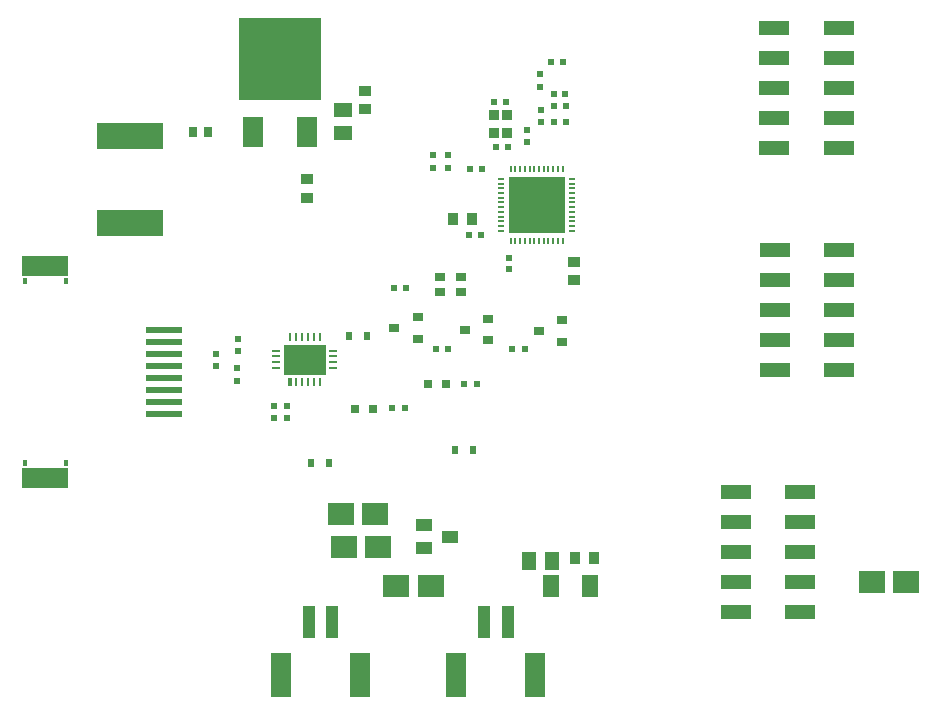
<source format=gbr>
G04*
G04 #@! TF.GenerationSoftware,Altium Limited,Altium Designer,23.1.1 (15)*
G04*
G04 Layer_Color=8421504*
%FSLAX25Y25*%
%MOIN*%
G70*
G04*
G04 #@! TF.SameCoordinates,577C2DE3-5836-4DB5-AD87-4C8AFCD19023*
G04*
G04*
G04 #@! TF.FilePolarity,Positive*
G04*
G01*
G75*
%ADD16R,0.03740X0.03937*%
%ADD17R,0.02900X0.01100*%
%ADD18R,0.01180X0.02760*%
%ADD19R,0.00980X0.02760*%
%ADD20R,0.14370X0.10433*%
%ADD21R,0.08583X0.07598*%
%ADD22R,0.05512X0.07480*%
%ADD23R,0.07087X0.14961*%
%ADD24R,0.03937X0.10630*%
%ADD25R,0.03543X0.03150*%
%ADD26R,0.03937X0.03740*%
%ADD27R,0.01968X0.01968*%
%ADD28R,0.02362X0.02362*%
%ADD29R,0.03543X0.03150*%
%ADD30R,0.02362X0.02362*%
%ADD31R,0.01968X0.01968*%
%ADD32R,0.01968X0.03150*%
%ADD33R,0.03150X0.03150*%
%ADD34O,0.00787X0.02559*%
%ADD35R,0.18504X0.18504*%
%ADD36O,0.02559X0.00787*%
%ADD37R,0.15354X0.06700*%
%ADD38R,0.01575X0.02185*%
%ADD39R,0.15354X0.06700*%
%ADD40R,0.12008X0.02402*%
%ADD41R,0.03347X0.03740*%
%ADD42R,0.02165X0.02165*%
%ADD43R,0.10000X0.05000*%
%ADD44R,0.22047X0.09055*%
%ADD45R,0.05512X0.03937*%
%ADD46R,0.05906X0.05118*%
%ADD47R,0.02953X0.03740*%
%ADD48R,0.27600X0.27600*%
%ADD49R,0.06500X0.09850*%
%ADD50R,0.05118X0.05906*%
D16*
X164150Y171000D02*
D03*
X157850D02*
D03*
X198350Y58000D02*
D03*
X204650D02*
D03*
D17*
X117866Y126981D02*
D03*
Y125011D02*
D03*
Y123041D02*
D03*
X98870Y126981D02*
D03*
Y125011D02*
D03*
Y123041D02*
D03*
Y121071D02*
D03*
X117866D02*
D03*
D18*
X103500Y116441D02*
D03*
D19*
X105468D02*
D03*
X107437D02*
D03*
X109406D02*
D03*
X111374D02*
D03*
X113342D02*
D03*
Y131401D02*
D03*
X111374D02*
D03*
X109406D02*
D03*
X107437D02*
D03*
X105468D02*
D03*
X103500D02*
D03*
D20*
X108368Y123921D02*
D03*
D21*
X138752Y48500D02*
D03*
X150248D02*
D03*
X120252Y72500D02*
D03*
X131748D02*
D03*
X121252Y61500D02*
D03*
X132748D02*
D03*
X308748Y50000D02*
D03*
X297252D02*
D03*
D22*
X203496Y48500D02*
D03*
X190504D02*
D03*
D23*
X100311Y18984D02*
D03*
X126689D02*
D03*
X158811D02*
D03*
X185189D02*
D03*
D24*
X109563Y36504D02*
D03*
X117437D02*
D03*
X168063D02*
D03*
X175937D02*
D03*
D25*
X160543Y151362D02*
D03*
X153457D02*
D03*
X160543Y146638D02*
D03*
X153457D02*
D03*
D26*
X198000Y150350D02*
D03*
Y156650D02*
D03*
X128500Y213650D02*
D03*
Y207350D02*
D03*
X109000Y184150D02*
D03*
Y177850D02*
D03*
D27*
X176500Y157968D02*
D03*
Y154032D02*
D03*
X182500Y196531D02*
D03*
Y200468D02*
D03*
X102500Y104563D02*
D03*
Y108500D02*
D03*
X98000Y104563D02*
D03*
Y108500D02*
D03*
D28*
X177433Y127500D02*
D03*
X181567D02*
D03*
X137433Y108000D02*
D03*
X141567D02*
D03*
X161433Y116000D02*
D03*
X165567D02*
D03*
X137933Y148000D02*
D03*
X142067D02*
D03*
X156067Y127500D02*
D03*
X151933D02*
D03*
D29*
X194102Y130000D02*
D03*
Y137205D02*
D03*
X186228Y133602D02*
D03*
X169437Y130398D02*
D03*
Y137602D02*
D03*
X161563Y134000D02*
D03*
X145937Y130898D02*
D03*
Y138102D02*
D03*
X138063Y134500D02*
D03*
D30*
X85700Y121100D02*
D03*
Y116966D02*
D03*
X156000Y192067D02*
D03*
Y187933D02*
D03*
X151000Y192067D02*
D03*
Y187933D02*
D03*
X186800Y219067D02*
D03*
Y214933D02*
D03*
X78600Y121766D02*
D03*
Y125900D02*
D03*
X85900Y126833D02*
D03*
Y130967D02*
D03*
D31*
X190532Y223200D02*
D03*
X194468D02*
D03*
X171531Y210000D02*
D03*
X175469D02*
D03*
X195468Y203100D02*
D03*
X191532D02*
D03*
X166969Y165500D02*
D03*
X163031D02*
D03*
X167469Y187500D02*
D03*
X163531D02*
D03*
X175969Y195000D02*
D03*
X172031D02*
D03*
X191232Y212600D02*
D03*
X195168D02*
D03*
X191332Y208500D02*
D03*
X195268D02*
D03*
D32*
X110547Y89500D02*
D03*
X116453D02*
D03*
X158547Y94000D02*
D03*
X164453D02*
D03*
X128953Y132000D02*
D03*
X123047D02*
D03*
D33*
X130953Y107500D02*
D03*
X125047D02*
D03*
X155453Y116000D02*
D03*
X149547D02*
D03*
D34*
X192677Y163654D02*
D03*
X191102D02*
D03*
X189528D02*
D03*
X176929Y187472D02*
D03*
X178504D02*
D03*
X180079D02*
D03*
X181653D02*
D03*
X183228D02*
D03*
X184803D02*
D03*
X186378D02*
D03*
X187953D02*
D03*
X189528D02*
D03*
X191102D02*
D03*
X192677D02*
D03*
X194252D02*
D03*
Y163654D02*
D03*
X186378D02*
D03*
X184803D02*
D03*
X183228D02*
D03*
X181653D02*
D03*
X180079D02*
D03*
X178504D02*
D03*
X176929D02*
D03*
X187953D02*
D03*
D35*
X185591Y175563D02*
D03*
D36*
X173681Y166902D02*
D03*
Y170051D02*
D03*
Y171626D02*
D03*
Y173201D02*
D03*
Y174776D02*
D03*
Y176350D02*
D03*
Y182650D02*
D03*
Y184224D02*
D03*
X197500D02*
D03*
Y182650D02*
D03*
Y181075D02*
D03*
Y179500D02*
D03*
Y177925D02*
D03*
Y176350D02*
D03*
Y174776D02*
D03*
Y173201D02*
D03*
Y171626D02*
D03*
Y170051D02*
D03*
Y168476D02*
D03*
Y166902D02*
D03*
X173681Y168476D02*
D03*
Y181075D02*
D03*
Y179500D02*
D03*
Y177925D02*
D03*
D37*
X21870Y84574D02*
D03*
D38*
X14980Y89485D02*
D03*
X28760D02*
D03*
X14980Y150115D02*
D03*
X28760D02*
D03*
D39*
X21870Y155026D02*
D03*
D40*
X61240Y109800D02*
D03*
Y113800D02*
D03*
Y117800D02*
D03*
Y121800D02*
D03*
Y125800D02*
D03*
Y129800D02*
D03*
Y105800D02*
D03*
Y133800D02*
D03*
D41*
X171236Y199646D02*
D03*
X175764D02*
D03*
Y205354D02*
D03*
X171236D02*
D03*
D42*
X186900Y207070D02*
D03*
Y203330D02*
D03*
D43*
X273500Y40000D02*
D03*
Y50000D02*
D03*
Y60000D02*
D03*
Y70000D02*
D03*
Y80000D02*
D03*
X252004Y40000D02*
D03*
Y50000D02*
D03*
Y60000D02*
D03*
Y70000D02*
D03*
Y80000D02*
D03*
X286500Y120500D02*
D03*
Y130500D02*
D03*
Y140500D02*
D03*
Y150500D02*
D03*
Y160500D02*
D03*
X265004Y120500D02*
D03*
Y130500D02*
D03*
Y140500D02*
D03*
Y150500D02*
D03*
Y160500D02*
D03*
X286248Y194500D02*
D03*
Y204500D02*
D03*
Y214500D02*
D03*
Y224500D02*
D03*
Y234500D02*
D03*
X264752Y194500D02*
D03*
Y204500D02*
D03*
Y214500D02*
D03*
Y224500D02*
D03*
Y234500D02*
D03*
D44*
X50000Y198567D02*
D03*
Y169433D02*
D03*
D45*
X156831Y65000D02*
D03*
X148169Y61260D02*
D03*
Y68740D02*
D03*
D46*
X121000Y199660D02*
D03*
Y207140D02*
D03*
D47*
X76000Y200000D02*
D03*
X71079D02*
D03*
D48*
X100000Y224300D02*
D03*
D49*
X109050Y199700D02*
D03*
X90950D02*
D03*
D50*
X183160Y57000D02*
D03*
X190640D02*
D03*
M02*

</source>
